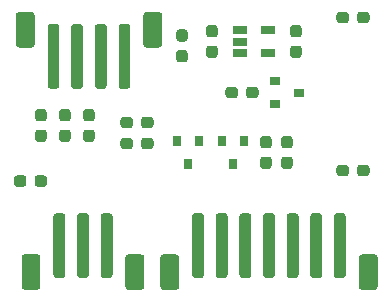
<source format=gbr>
%TF.GenerationSoftware,KiCad,Pcbnew,(5.1.6)-1*%
%TF.CreationDate,2020-08-19T17:28:43+02:00*%
%TF.ProjectId,spectrofluo,73706563-7472-46f6-966c-756f2e6b6963,rev?*%
%TF.SameCoordinates,Original*%
%TF.FileFunction,Paste,Top*%
%TF.FilePolarity,Positive*%
%FSLAX46Y46*%
G04 Gerber Fmt 4.6, Leading zero omitted, Abs format (unit mm)*
G04 Created by KiCad (PCBNEW (5.1.6)-1) date 2020-08-19 17:28:43*
%MOMM*%
%LPD*%
G01*
G04 APERTURE LIST*
%ADD10R,0.800000X0.900000*%
%ADD11R,0.900000X0.800000*%
%ADD12R,1.170000X0.670000*%
G04 APERTURE END LIST*
%TO.C,B_R1*%
G36*
G01*
X115553500Y-91090000D02*
X115078500Y-91090000D01*
G75*
G02*
X114841000Y-90852500I0J237500D01*
G01*
X114841000Y-90277500D01*
G75*
G02*
X115078500Y-90040000I237500J0D01*
G01*
X115553500Y-90040000D01*
G75*
G02*
X115791000Y-90277500I0J-237500D01*
G01*
X115791000Y-90852500D01*
G75*
G02*
X115553500Y-91090000I-237500J0D01*
G01*
G37*
G36*
G01*
X115553500Y-92840000D02*
X115078500Y-92840000D01*
G75*
G02*
X114841000Y-92602500I0J237500D01*
G01*
X114841000Y-92027500D01*
G75*
G02*
X115078500Y-91790000I237500J0D01*
G01*
X115553500Y-91790000D01*
G75*
G02*
X115791000Y-92027500I0J-237500D01*
G01*
X115791000Y-92602500D01*
G75*
G02*
X115553500Y-92840000I-237500J0D01*
G01*
G37*
%TD*%
%TO.C,C1*%
G36*
G01*
X125492500Y-82928000D02*
X125967500Y-82928000D01*
G75*
G02*
X126205000Y-83165500I0J-237500D01*
G01*
X126205000Y-83740500D01*
G75*
G02*
X125967500Y-83978000I-237500J0D01*
G01*
X125492500Y-83978000D01*
G75*
G02*
X125255000Y-83740500I0J237500D01*
G01*
X125255000Y-83165500D01*
G75*
G02*
X125492500Y-82928000I237500J0D01*
G01*
G37*
G36*
G01*
X125492500Y-84678000D02*
X125967500Y-84678000D01*
G75*
G02*
X126205000Y-84915500I0J-237500D01*
G01*
X126205000Y-85490500D01*
G75*
G02*
X125967500Y-85728000I-237500J0D01*
G01*
X125492500Y-85728000D01*
G75*
G02*
X125255000Y-85490500I0J237500D01*
G01*
X125255000Y-84915500D01*
G75*
G02*
X125492500Y-84678000I237500J0D01*
G01*
G37*
%TD*%
%TO.C,C2*%
G36*
G01*
X123427500Y-84345000D02*
X122952500Y-84345000D01*
G75*
G02*
X122715000Y-84107500I0J237500D01*
G01*
X122715000Y-83532500D01*
G75*
G02*
X122952500Y-83295000I237500J0D01*
G01*
X123427500Y-83295000D01*
G75*
G02*
X123665000Y-83532500I0J-237500D01*
G01*
X123665000Y-84107500D01*
G75*
G02*
X123427500Y-84345000I-237500J0D01*
G01*
G37*
G36*
G01*
X123427500Y-86095000D02*
X122952500Y-86095000D01*
G75*
G02*
X122715000Y-85857500I0J237500D01*
G01*
X122715000Y-85282500D01*
G75*
G02*
X122952500Y-85045000I237500J0D01*
G01*
X123427500Y-85045000D01*
G75*
G02*
X123665000Y-85282500I0J-237500D01*
G01*
X123665000Y-85857500D01*
G75*
G02*
X123427500Y-86095000I-237500J0D01*
G01*
G37*
%TD*%
%TO.C,G_R1*%
G36*
G01*
X113521500Y-92840000D02*
X113046500Y-92840000D01*
G75*
G02*
X112809000Y-92602500I0J237500D01*
G01*
X112809000Y-92027500D01*
G75*
G02*
X113046500Y-91790000I237500J0D01*
G01*
X113521500Y-91790000D01*
G75*
G02*
X113759000Y-92027500I0J-237500D01*
G01*
X113759000Y-92602500D01*
G75*
G02*
X113521500Y-92840000I-237500J0D01*
G01*
G37*
G36*
G01*
X113521500Y-91090000D02*
X113046500Y-91090000D01*
G75*
G02*
X112809000Y-90852500I0J237500D01*
G01*
X112809000Y-90277500D01*
G75*
G02*
X113046500Y-90040000I237500J0D01*
G01*
X113521500Y-90040000D01*
G75*
G02*
X113759000Y-90277500I0J-237500D01*
G01*
X113759000Y-90852500D01*
G75*
G02*
X113521500Y-91090000I-237500J0D01*
G01*
G37*
%TD*%
%TO.C,J1*%
G36*
G01*
X117308000Y-99108000D02*
X117308000Y-104108000D01*
G75*
G02*
X117058000Y-104358000I-250000J0D01*
G01*
X116558000Y-104358000D01*
G75*
G02*
X116308000Y-104108000I0J250000D01*
G01*
X116308000Y-99108000D01*
G75*
G02*
X116558000Y-98858000I250000J0D01*
G01*
X117058000Y-98858000D01*
G75*
G02*
X117308000Y-99108000I0J-250000D01*
G01*
G37*
G36*
G01*
X115308000Y-99108000D02*
X115308000Y-104108000D01*
G75*
G02*
X115058000Y-104358000I-250000J0D01*
G01*
X114558000Y-104358000D01*
G75*
G02*
X114308000Y-104108000I0J250000D01*
G01*
X114308000Y-99108000D01*
G75*
G02*
X114558000Y-98858000I250000J0D01*
G01*
X115058000Y-98858000D01*
G75*
G02*
X115308000Y-99108000I0J-250000D01*
G01*
G37*
G36*
G01*
X113308000Y-99108000D02*
X113308000Y-104108000D01*
G75*
G02*
X113058000Y-104358000I-250000J0D01*
G01*
X112558000Y-104358000D01*
G75*
G02*
X112308000Y-104108000I0J250000D01*
G01*
X112308000Y-99108000D01*
G75*
G02*
X112558000Y-98858000I250000J0D01*
G01*
X113058000Y-98858000D01*
G75*
G02*
X113308000Y-99108000I0J-250000D01*
G01*
G37*
G36*
G01*
X120008000Y-102608000D02*
X120008000Y-105108000D01*
G75*
G02*
X119758000Y-105358000I-250000J0D01*
G01*
X118658000Y-105358000D01*
G75*
G02*
X118408000Y-105108000I0J250000D01*
G01*
X118408000Y-102608000D01*
G75*
G02*
X118658000Y-102358000I250000J0D01*
G01*
X119758000Y-102358000D01*
G75*
G02*
X120008000Y-102608000I0J-250000D01*
G01*
G37*
G36*
G01*
X111208000Y-102608000D02*
X111208000Y-105108000D01*
G75*
G02*
X110958000Y-105358000I-250000J0D01*
G01*
X109858000Y-105358000D01*
G75*
G02*
X109608000Y-105108000I0J250000D01*
G01*
X109608000Y-102608000D01*
G75*
G02*
X109858000Y-102358000I250000J0D01*
G01*
X110958000Y-102358000D01*
G75*
G02*
X111208000Y-102608000I0J-250000D01*
G01*
G37*
%TD*%
%TO.C,J2*%
G36*
G01*
X137056000Y-99108000D02*
X137056000Y-104108000D01*
G75*
G02*
X136806000Y-104358000I-250000J0D01*
G01*
X136306000Y-104358000D01*
G75*
G02*
X136056000Y-104108000I0J250000D01*
G01*
X136056000Y-99108000D01*
G75*
G02*
X136306000Y-98858000I250000J0D01*
G01*
X136806000Y-98858000D01*
G75*
G02*
X137056000Y-99108000I0J-250000D01*
G01*
G37*
G36*
G01*
X135056000Y-99108000D02*
X135056000Y-104108000D01*
G75*
G02*
X134806000Y-104358000I-250000J0D01*
G01*
X134306000Y-104358000D01*
G75*
G02*
X134056000Y-104108000I0J250000D01*
G01*
X134056000Y-99108000D01*
G75*
G02*
X134306000Y-98858000I250000J0D01*
G01*
X134806000Y-98858000D01*
G75*
G02*
X135056000Y-99108000I0J-250000D01*
G01*
G37*
G36*
G01*
X133056000Y-99108000D02*
X133056000Y-104108000D01*
G75*
G02*
X132806000Y-104358000I-250000J0D01*
G01*
X132306000Y-104358000D01*
G75*
G02*
X132056000Y-104108000I0J250000D01*
G01*
X132056000Y-99108000D01*
G75*
G02*
X132306000Y-98858000I250000J0D01*
G01*
X132806000Y-98858000D01*
G75*
G02*
X133056000Y-99108000I0J-250000D01*
G01*
G37*
G36*
G01*
X131056000Y-99108000D02*
X131056000Y-104108000D01*
G75*
G02*
X130806000Y-104358000I-250000J0D01*
G01*
X130306000Y-104358000D01*
G75*
G02*
X130056000Y-104108000I0J250000D01*
G01*
X130056000Y-99108000D01*
G75*
G02*
X130306000Y-98858000I250000J0D01*
G01*
X130806000Y-98858000D01*
G75*
G02*
X131056000Y-99108000I0J-250000D01*
G01*
G37*
G36*
G01*
X129056000Y-99108000D02*
X129056000Y-104108000D01*
G75*
G02*
X128806000Y-104358000I-250000J0D01*
G01*
X128306000Y-104358000D01*
G75*
G02*
X128056000Y-104108000I0J250000D01*
G01*
X128056000Y-99108000D01*
G75*
G02*
X128306000Y-98858000I250000J0D01*
G01*
X128806000Y-98858000D01*
G75*
G02*
X129056000Y-99108000I0J-250000D01*
G01*
G37*
G36*
G01*
X127056000Y-99108000D02*
X127056000Y-104108000D01*
G75*
G02*
X126806000Y-104358000I-250000J0D01*
G01*
X126306000Y-104358000D01*
G75*
G02*
X126056000Y-104108000I0J250000D01*
G01*
X126056000Y-99108000D01*
G75*
G02*
X126306000Y-98858000I250000J0D01*
G01*
X126806000Y-98858000D01*
G75*
G02*
X127056000Y-99108000I0J-250000D01*
G01*
G37*
G36*
G01*
X125056000Y-99108000D02*
X125056000Y-104108000D01*
G75*
G02*
X124806000Y-104358000I-250000J0D01*
G01*
X124306000Y-104358000D01*
G75*
G02*
X124056000Y-104108000I0J250000D01*
G01*
X124056000Y-99108000D01*
G75*
G02*
X124306000Y-98858000I250000J0D01*
G01*
X124806000Y-98858000D01*
G75*
G02*
X125056000Y-99108000I0J-250000D01*
G01*
G37*
G36*
G01*
X139756000Y-102608000D02*
X139756000Y-105108000D01*
G75*
G02*
X139506000Y-105358000I-250000J0D01*
G01*
X138406000Y-105358000D01*
G75*
G02*
X138156000Y-105108000I0J250000D01*
G01*
X138156000Y-102608000D01*
G75*
G02*
X138406000Y-102358000I250000J0D01*
G01*
X139506000Y-102358000D01*
G75*
G02*
X139756000Y-102608000I0J-250000D01*
G01*
G37*
G36*
G01*
X122956000Y-102608000D02*
X122956000Y-105108000D01*
G75*
G02*
X122706000Y-105358000I-250000J0D01*
G01*
X121606000Y-105358000D01*
G75*
G02*
X121356000Y-105108000I0J250000D01*
G01*
X121356000Y-102608000D01*
G75*
G02*
X121606000Y-102358000I250000J0D01*
G01*
X122706000Y-102358000D01*
G75*
G02*
X122956000Y-102608000I0J-250000D01*
G01*
G37*
%TD*%
%TO.C,J3*%
G36*
G01*
X111816000Y-88090000D02*
X111816000Y-83090000D01*
G75*
G02*
X112066000Y-82840000I250000J0D01*
G01*
X112566000Y-82840000D01*
G75*
G02*
X112816000Y-83090000I0J-250000D01*
G01*
X112816000Y-88090000D01*
G75*
G02*
X112566000Y-88340000I-250000J0D01*
G01*
X112066000Y-88340000D01*
G75*
G02*
X111816000Y-88090000I0J250000D01*
G01*
G37*
G36*
G01*
X113816000Y-88090000D02*
X113816000Y-83090000D01*
G75*
G02*
X114066000Y-82840000I250000J0D01*
G01*
X114566000Y-82840000D01*
G75*
G02*
X114816000Y-83090000I0J-250000D01*
G01*
X114816000Y-88090000D01*
G75*
G02*
X114566000Y-88340000I-250000J0D01*
G01*
X114066000Y-88340000D01*
G75*
G02*
X113816000Y-88090000I0J250000D01*
G01*
G37*
G36*
G01*
X115816000Y-88090000D02*
X115816000Y-83090000D01*
G75*
G02*
X116066000Y-82840000I250000J0D01*
G01*
X116566000Y-82840000D01*
G75*
G02*
X116816000Y-83090000I0J-250000D01*
G01*
X116816000Y-88090000D01*
G75*
G02*
X116566000Y-88340000I-250000J0D01*
G01*
X116066000Y-88340000D01*
G75*
G02*
X115816000Y-88090000I0J250000D01*
G01*
G37*
G36*
G01*
X117816000Y-88090000D02*
X117816000Y-83090000D01*
G75*
G02*
X118066000Y-82840000I250000J0D01*
G01*
X118566000Y-82840000D01*
G75*
G02*
X118816000Y-83090000I0J-250000D01*
G01*
X118816000Y-88090000D01*
G75*
G02*
X118566000Y-88340000I-250000J0D01*
G01*
X118066000Y-88340000D01*
G75*
G02*
X117816000Y-88090000I0J250000D01*
G01*
G37*
G36*
G01*
X109116000Y-84590000D02*
X109116000Y-82090000D01*
G75*
G02*
X109366000Y-81840000I250000J0D01*
G01*
X110466000Y-81840000D01*
G75*
G02*
X110716000Y-82090000I0J-250000D01*
G01*
X110716000Y-84590000D01*
G75*
G02*
X110466000Y-84840000I-250000J0D01*
G01*
X109366000Y-84840000D01*
G75*
G02*
X109116000Y-84590000I0J250000D01*
G01*
G37*
G36*
G01*
X119916000Y-84590000D02*
X119916000Y-82090000D01*
G75*
G02*
X120166000Y-81840000I250000J0D01*
G01*
X121266000Y-81840000D01*
G75*
G02*
X121516000Y-82090000I0J-250000D01*
G01*
X121516000Y-84590000D01*
G75*
G02*
X121266000Y-84840000I-250000J0D01*
G01*
X120166000Y-84840000D01*
G75*
G02*
X119916000Y-84590000I0J250000D01*
G01*
G37*
%TD*%
D10*
%TO.C,Q2*%
X124648000Y-92726000D03*
X122748000Y-92726000D03*
X123698000Y-94726000D03*
%TD*%
D11*
%TO.C,Q3*%
X131080000Y-87696000D03*
X131080000Y-89596000D03*
X133080000Y-88646000D03*
%TD*%
D10*
%TO.C,Q4*%
X127508000Y-94726000D03*
X126558000Y-92726000D03*
X128458000Y-92726000D03*
%TD*%
%TO.C,R1*%
G36*
G01*
X136268000Y-82533500D02*
X136268000Y-82058500D01*
G75*
G02*
X136505500Y-81821000I237500J0D01*
G01*
X137080500Y-81821000D01*
G75*
G02*
X137318000Y-82058500I0J-237500D01*
G01*
X137318000Y-82533500D01*
G75*
G02*
X137080500Y-82771000I-237500J0D01*
G01*
X136505500Y-82771000D01*
G75*
G02*
X136268000Y-82533500I0J237500D01*
G01*
G37*
G36*
G01*
X138018000Y-82533500D02*
X138018000Y-82058500D01*
G75*
G02*
X138255500Y-81821000I237500J0D01*
G01*
X138830500Y-81821000D01*
G75*
G02*
X139068000Y-82058500I0J-237500D01*
G01*
X139068000Y-82533500D01*
G75*
G02*
X138830500Y-82771000I-237500J0D01*
G01*
X138255500Y-82771000D01*
G75*
G02*
X138018000Y-82533500I0J237500D01*
G01*
G37*
%TD*%
%TO.C,R2*%
G36*
G01*
X138018000Y-95487500D02*
X138018000Y-95012500D01*
G75*
G02*
X138255500Y-94775000I237500J0D01*
G01*
X138830500Y-94775000D01*
G75*
G02*
X139068000Y-95012500I0J-237500D01*
G01*
X139068000Y-95487500D01*
G75*
G02*
X138830500Y-95725000I-237500J0D01*
G01*
X138255500Y-95725000D01*
G75*
G02*
X138018000Y-95487500I0J237500D01*
G01*
G37*
G36*
G01*
X136268000Y-95487500D02*
X136268000Y-95012500D01*
G75*
G02*
X136505500Y-94775000I237500J0D01*
G01*
X137080500Y-94775000D01*
G75*
G02*
X137318000Y-95012500I0J-237500D01*
G01*
X137318000Y-95487500D01*
G75*
G02*
X137080500Y-95725000I-237500J0D01*
G01*
X136505500Y-95725000D01*
G75*
G02*
X136268000Y-95487500I0J237500D01*
G01*
G37*
%TD*%
%TO.C,R3*%
G36*
G01*
X111763000Y-95901500D02*
X111763000Y-96376500D01*
G75*
G02*
X111525500Y-96614000I-237500J0D01*
G01*
X110950500Y-96614000D01*
G75*
G02*
X110713000Y-96376500I0J237500D01*
G01*
X110713000Y-95901500D01*
G75*
G02*
X110950500Y-95664000I237500J0D01*
G01*
X111525500Y-95664000D01*
G75*
G02*
X111763000Y-95901500I0J-237500D01*
G01*
G37*
G36*
G01*
X110013000Y-95901500D02*
X110013000Y-96376500D01*
G75*
G02*
X109775500Y-96614000I-237500J0D01*
G01*
X109200500Y-96614000D01*
G75*
G02*
X108963000Y-96376500I0J237500D01*
G01*
X108963000Y-95901500D01*
G75*
G02*
X109200500Y-95664000I237500J0D01*
G01*
X109775500Y-95664000D01*
G75*
G02*
X110013000Y-95901500I0J-237500D01*
G01*
G37*
%TD*%
%TO.C,R4*%
G36*
G01*
X130064500Y-94076000D02*
X130539500Y-94076000D01*
G75*
G02*
X130777000Y-94313500I0J-237500D01*
G01*
X130777000Y-94888500D01*
G75*
G02*
X130539500Y-95126000I-237500J0D01*
G01*
X130064500Y-95126000D01*
G75*
G02*
X129827000Y-94888500I0J237500D01*
G01*
X129827000Y-94313500D01*
G75*
G02*
X130064500Y-94076000I237500J0D01*
G01*
G37*
G36*
G01*
X130064500Y-92326000D02*
X130539500Y-92326000D01*
G75*
G02*
X130777000Y-92563500I0J-237500D01*
G01*
X130777000Y-93138500D01*
G75*
G02*
X130539500Y-93376000I-237500J0D01*
G01*
X130064500Y-93376000D01*
G75*
G02*
X129827000Y-93138500I0J237500D01*
G01*
X129827000Y-92563500D01*
G75*
G02*
X130064500Y-92326000I237500J0D01*
G01*
G37*
%TD*%
%TO.C,R5*%
G36*
G01*
X131842500Y-92326000D02*
X132317500Y-92326000D01*
G75*
G02*
X132555000Y-92563500I0J-237500D01*
G01*
X132555000Y-93138500D01*
G75*
G02*
X132317500Y-93376000I-237500J0D01*
G01*
X131842500Y-93376000D01*
G75*
G02*
X131605000Y-93138500I0J237500D01*
G01*
X131605000Y-92563500D01*
G75*
G02*
X131842500Y-92326000I237500J0D01*
G01*
G37*
G36*
G01*
X131842500Y-94076000D02*
X132317500Y-94076000D01*
G75*
G02*
X132555000Y-94313500I0J-237500D01*
G01*
X132555000Y-94888500D01*
G75*
G02*
X132317500Y-95126000I-237500J0D01*
G01*
X131842500Y-95126000D01*
G75*
G02*
X131605000Y-94888500I0J237500D01*
G01*
X131605000Y-94313500D01*
G75*
G02*
X131842500Y-94076000I237500J0D01*
G01*
G37*
%TD*%
%TO.C,R6*%
G36*
G01*
X132604500Y-82928000D02*
X133079500Y-82928000D01*
G75*
G02*
X133317000Y-83165500I0J-237500D01*
G01*
X133317000Y-83740500D01*
G75*
G02*
X133079500Y-83978000I-237500J0D01*
G01*
X132604500Y-83978000D01*
G75*
G02*
X132367000Y-83740500I0J237500D01*
G01*
X132367000Y-83165500D01*
G75*
G02*
X132604500Y-82928000I237500J0D01*
G01*
G37*
G36*
G01*
X132604500Y-84678000D02*
X133079500Y-84678000D01*
G75*
G02*
X133317000Y-84915500I0J-237500D01*
G01*
X133317000Y-85490500D01*
G75*
G02*
X133079500Y-85728000I-237500J0D01*
G01*
X132604500Y-85728000D01*
G75*
G02*
X132367000Y-85490500I0J237500D01*
G01*
X132367000Y-84915500D01*
G75*
G02*
X132604500Y-84678000I237500J0D01*
G01*
G37*
%TD*%
%TO.C,R7*%
G36*
G01*
X128620000Y-88883500D02*
X128620000Y-88408500D01*
G75*
G02*
X128857500Y-88171000I237500J0D01*
G01*
X129432500Y-88171000D01*
G75*
G02*
X129670000Y-88408500I0J-237500D01*
G01*
X129670000Y-88883500D01*
G75*
G02*
X129432500Y-89121000I-237500J0D01*
G01*
X128857500Y-89121000D01*
G75*
G02*
X128620000Y-88883500I0J237500D01*
G01*
G37*
G36*
G01*
X126870000Y-88883500D02*
X126870000Y-88408500D01*
G75*
G02*
X127107500Y-88171000I237500J0D01*
G01*
X127682500Y-88171000D01*
G75*
G02*
X127920000Y-88408500I0J-237500D01*
G01*
X127920000Y-88883500D01*
G75*
G02*
X127682500Y-89121000I-237500J0D01*
G01*
X127107500Y-89121000D01*
G75*
G02*
X126870000Y-88883500I0J237500D01*
G01*
G37*
%TD*%
%TO.C,R8*%
G36*
G01*
X119730000Y-91423500D02*
X119730000Y-90948500D01*
G75*
G02*
X119967500Y-90711000I237500J0D01*
G01*
X120542500Y-90711000D01*
G75*
G02*
X120780000Y-90948500I0J-237500D01*
G01*
X120780000Y-91423500D01*
G75*
G02*
X120542500Y-91661000I-237500J0D01*
G01*
X119967500Y-91661000D01*
G75*
G02*
X119730000Y-91423500I0J237500D01*
G01*
G37*
G36*
G01*
X117980000Y-91423500D02*
X117980000Y-90948500D01*
G75*
G02*
X118217500Y-90711000I237500J0D01*
G01*
X118792500Y-90711000D01*
G75*
G02*
X119030000Y-90948500I0J-237500D01*
G01*
X119030000Y-91423500D01*
G75*
G02*
X118792500Y-91661000I-237500J0D01*
G01*
X118217500Y-91661000D01*
G75*
G02*
X117980000Y-91423500I0J237500D01*
G01*
G37*
%TD*%
%TO.C,R9*%
G36*
G01*
X117980000Y-93201500D02*
X117980000Y-92726500D01*
G75*
G02*
X118217500Y-92489000I237500J0D01*
G01*
X118792500Y-92489000D01*
G75*
G02*
X119030000Y-92726500I0J-237500D01*
G01*
X119030000Y-93201500D01*
G75*
G02*
X118792500Y-93439000I-237500J0D01*
G01*
X118217500Y-93439000D01*
G75*
G02*
X117980000Y-93201500I0J237500D01*
G01*
G37*
G36*
G01*
X119730000Y-93201500D02*
X119730000Y-92726500D01*
G75*
G02*
X119967500Y-92489000I237500J0D01*
G01*
X120542500Y-92489000D01*
G75*
G02*
X120780000Y-92726500I0J-237500D01*
G01*
X120780000Y-93201500D01*
G75*
G02*
X120542500Y-93439000I-237500J0D01*
G01*
X119967500Y-93439000D01*
G75*
G02*
X119730000Y-93201500I0J237500D01*
G01*
G37*
%TD*%
%TO.C,R_R1*%
G36*
G01*
X111014500Y-91790000D02*
X111489500Y-91790000D01*
G75*
G02*
X111727000Y-92027500I0J-237500D01*
G01*
X111727000Y-92602500D01*
G75*
G02*
X111489500Y-92840000I-237500J0D01*
G01*
X111014500Y-92840000D01*
G75*
G02*
X110777000Y-92602500I0J237500D01*
G01*
X110777000Y-92027500D01*
G75*
G02*
X111014500Y-91790000I237500J0D01*
G01*
G37*
G36*
G01*
X111014500Y-90040000D02*
X111489500Y-90040000D01*
G75*
G02*
X111727000Y-90277500I0J-237500D01*
G01*
X111727000Y-90852500D01*
G75*
G02*
X111489500Y-91090000I-237500J0D01*
G01*
X111014500Y-91090000D01*
G75*
G02*
X110777000Y-90852500I0J237500D01*
G01*
X110777000Y-90277500D01*
G75*
G02*
X111014500Y-90040000I237500J0D01*
G01*
G37*
%TD*%
D12*
%TO.C,U1*%
X130506000Y-83388000D03*
X130506000Y-85268000D03*
X128066000Y-85268000D03*
X128066000Y-84328000D03*
X128066000Y-83388000D03*
%TD*%
M02*

</source>
